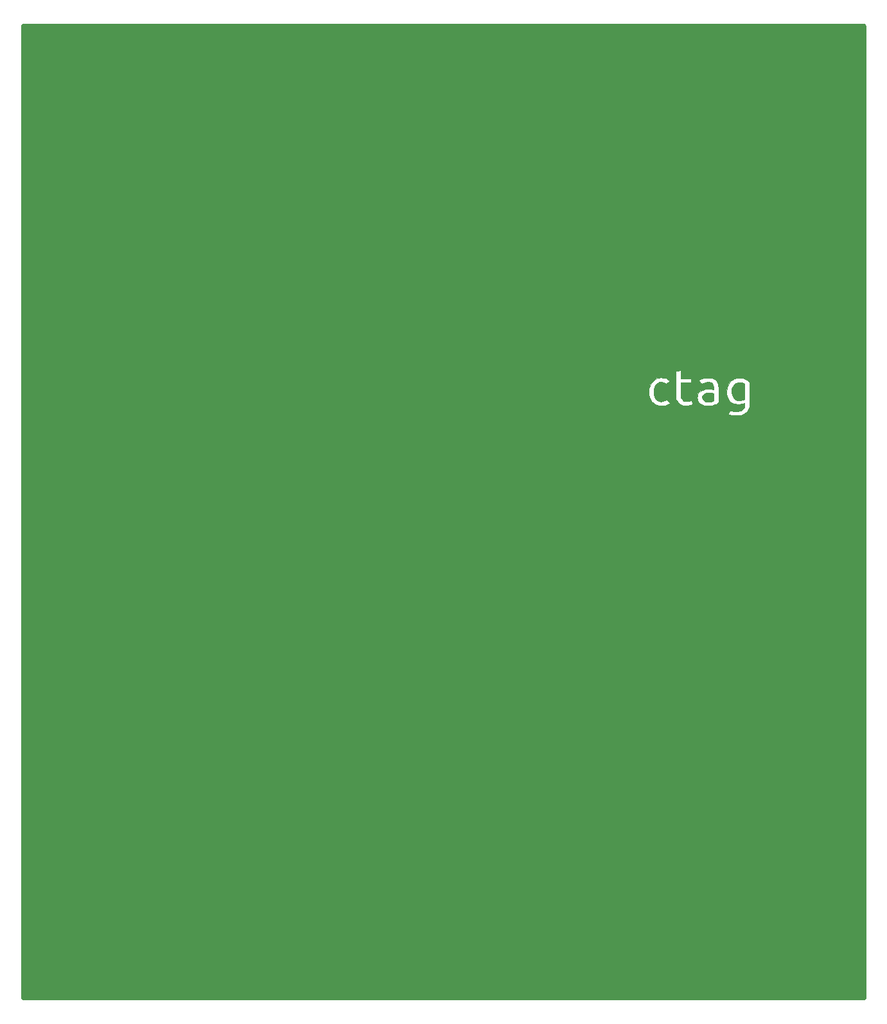
<source format=gtl>
G04 #@! TF.GenerationSoftware,KiCad,Pcbnew,(5.1.2)-1*
G04 #@! TF.CreationDate,2019-05-15T15:41:14+02:00*
G04 #@! TF.ProjectId,frontplate-ctag,66726f6e-7470-46c6-9174-652d63746167,rev?*
G04 #@! TF.SameCoordinates,Original*
G04 #@! TF.FileFunction,Copper,L1,Top*
G04 #@! TF.FilePolarity,Positive*
%FSLAX46Y46*%
G04 Gerber Fmt 4.6, Leading zero omitted, Abs format (unit mm)*
G04 Created by KiCad (PCBNEW (5.1.2)-1) date 2019-05-15 15:41:14*
%MOMM*%
%LPD*%
G04 APERTURE LIST*
%ADD10C,0.010000*%
%ADD11C,7.200000*%
%ADD12C,7.200001*%
%ADD13C,6.200000*%
%ADD14C,6.200001*%
%ADD15C,3.400000*%
G04 APERTURE END LIST*
D10*
G36*
X159007386Y-34387752D02*
G01*
X159007386Y-98420767D01*
X159007387Y-162453782D01*
X158903477Y-162557691D01*
X158799568Y-162661600D01*
X47836205Y-162661600D01*
X47628387Y-162453782D01*
X47628387Y-82566713D01*
X130344173Y-82566713D01*
X130367081Y-82968385D01*
X130455174Y-83336949D01*
X130604627Y-83665545D01*
X130811613Y-83947311D01*
X131072308Y-84175386D01*
X131382884Y-84342909D01*
X131667516Y-84429320D01*
X131934041Y-84459496D01*
X132226407Y-84449972D01*
X132509481Y-84404113D01*
X132746677Y-84325951D01*
X132889149Y-84255398D01*
X133008775Y-84186818D01*
X133067892Y-84144625D01*
X133103539Y-84105399D01*
X133107146Y-84065144D01*
X133070526Y-84007130D01*
X132985494Y-83914627D01*
X132925360Y-83853348D01*
X132706193Y-83631424D01*
X132486617Y-83755346D01*
X132229400Y-83856186D01*
X131967224Y-83879951D01*
X131713546Y-83832203D01*
X131481824Y-83718506D01*
X131285518Y-83544422D01*
X131138084Y-83315516D01*
X131084985Y-83175947D01*
X131046894Y-82980359D01*
X131028701Y-82734718D01*
X131030217Y-82471223D01*
X131051254Y-82222072D01*
X131091625Y-82019462D01*
X131091737Y-82019084D01*
X131203019Y-81774280D01*
X131369660Y-81574634D01*
X131577339Y-81425961D01*
X131811735Y-81334076D01*
X132058527Y-81304791D01*
X132303395Y-81343922D01*
X132510953Y-81442877D01*
X132678465Y-81553731D01*
X132910092Y-81353758D01*
X133023108Y-81253755D01*
X133105579Y-81176143D01*
X133141333Y-81136210D01*
X133141720Y-81134776D01*
X133105131Y-81087934D01*
X133003154Y-81014134D01*
X132847475Y-80921462D01*
X132781887Y-80885759D01*
X132556231Y-80801728D01*
X132280711Y-80754814D01*
X131982098Y-80746143D01*
X131687163Y-80776841D01*
X131471448Y-80830636D01*
X131176149Y-80971615D01*
X130910091Y-81181684D01*
X130684555Y-81447196D01*
X130510821Y-81754501D01*
X130400169Y-82089951D01*
X130390277Y-82138795D01*
X130344173Y-82566713D01*
X47628387Y-82566713D01*
X47628387Y-79901547D01*
X133903720Y-79901547D01*
X133903956Y-81646990D01*
X133905060Y-82077606D01*
X133908141Y-82467532D01*
X133913031Y-82809363D01*
X133919564Y-83095695D01*
X133927573Y-83319123D01*
X133936892Y-83472244D01*
X133946681Y-83545397D01*
X134054658Y-83790491D01*
X134229613Y-84019584D01*
X134453892Y-84214306D01*
X134709839Y-84356290D01*
X134736087Y-84366724D01*
X134878906Y-84398673D01*
X135078848Y-84414099D01*
X135310175Y-84413878D01*
X135547151Y-84398884D01*
X135764038Y-84369991D01*
X135935099Y-84328073D01*
X135941658Y-84325769D01*
X136138097Y-84255473D01*
X136075352Y-84014453D01*
X136039792Y-83883400D01*
X136011917Y-83790682D01*
X136000013Y-83760478D01*
X135955951Y-83763681D01*
X135852860Y-83784643D01*
X135718153Y-83817534D01*
X135501212Y-83858264D01*
X135289076Y-83871923D01*
X135224729Y-83869182D01*
X135087013Y-83850422D01*
X134983880Y-83809981D01*
X134880288Y-83730645D01*
X134813451Y-83667172D01*
X134728464Y-83575733D01*
X134662660Y-83480619D01*
X134613869Y-83370047D01*
X134609705Y-83353142D01*
X136740289Y-83353142D01*
X136777490Y-83653574D01*
X136885870Y-83914954D01*
X137059554Y-84129198D01*
X137292664Y-84288218D01*
X137470012Y-84357182D01*
X137663952Y-84395958D01*
X137911551Y-84419235D01*
X138184764Y-84426931D01*
X138455546Y-84418961D01*
X138695853Y-84395242D01*
X138859620Y-84361340D01*
X139029706Y-84302102D01*
X139221354Y-84222728D01*
X139336436Y-84168481D01*
X139583319Y-84043882D01*
X139566554Y-82871491D01*
X139561361Y-82544126D01*
X140605991Y-82544126D01*
X140629228Y-82911624D01*
X140713545Y-83258172D01*
X140855068Y-83567836D01*
X141049372Y-83824119D01*
X141209832Y-83970791D01*
X141371336Y-84073506D01*
X141563283Y-84147542D01*
X141770787Y-84199007D01*
X142066814Y-84247246D01*
X142325595Y-84252995D01*
X142583509Y-84215575D01*
X142720553Y-84181285D01*
X143005387Y-84102303D01*
X143003528Y-84297701D01*
X142969632Y-84580410D01*
X142873175Y-84806742D01*
X142713123Y-84978486D01*
X142556399Y-85070031D01*
X142361080Y-85129755D01*
X142111323Y-85166319D01*
X141834215Y-85179414D01*
X141556841Y-85168735D01*
X141306288Y-85133973D01*
X141136809Y-85086111D01*
X141084276Y-85091033D01*
X141022151Y-85152795D01*
X140939841Y-85282097D01*
X140935726Y-85289267D01*
X140867048Y-85412731D01*
X140819410Y-85504923D01*
X140804053Y-85542601D01*
X140841318Y-85569486D01*
X140936989Y-85607431D01*
X141066885Y-85648863D01*
X141206822Y-85686203D01*
X141332618Y-85711878D01*
X141354387Y-85715003D01*
X141504905Y-85724712D01*
X141712639Y-85725456D01*
X141950755Y-85718465D01*
X142192418Y-85704973D01*
X142410794Y-85686210D01*
X142579048Y-85663409D01*
X142609373Y-85657389D01*
X142904102Y-85557028D01*
X143160637Y-85398297D01*
X143361668Y-85192893D01*
X143415309Y-85112817D01*
X143499187Y-84949080D01*
X143568322Y-84773434D01*
X143595495Y-84677086D01*
X143607463Y-84576973D01*
X143617886Y-84400032D01*
X143626569Y-84154092D01*
X143633311Y-83846982D01*
X143637914Y-83486531D01*
X143640179Y-83080566D01*
X143640387Y-82907114D01*
X143640387Y-81346462D01*
X143448462Y-81177524D01*
X143272515Y-81033131D01*
X143112275Y-80931495D01*
X142946111Y-80865529D01*
X142752395Y-80828147D01*
X142509496Y-80812262D01*
X142327050Y-80810100D01*
X142103852Y-80811091D01*
X141943611Y-80816541D01*
X141824622Y-80830166D01*
X141725177Y-80855683D01*
X141623571Y-80896808D01*
X141514361Y-80949239D01*
X141224076Y-81129756D01*
X140993271Y-81359178D01*
X140816894Y-81644634D01*
X140689889Y-81993253D01*
X140647706Y-82171613D01*
X140605991Y-82544126D01*
X139561361Y-82544126D01*
X139560697Y-82502322D01*
X139553715Y-82206585D01*
X139543917Y-81973044D01*
X139529612Y-81790466D01*
X139509111Y-81647617D01*
X139480723Y-81533263D01*
X139442757Y-81436170D01*
X139393523Y-81345104D01*
X139331330Y-81248831D01*
X139319821Y-81231836D01*
X139145996Y-81048625D01*
X138908092Y-80907646D01*
X138617182Y-80812138D01*
X138284340Y-80765341D01*
X137920640Y-80770492D01*
X137791319Y-80784734D01*
X137570822Y-80827324D01*
X137352629Y-80891852D01*
X137159082Y-80969769D01*
X137012520Y-81052525D01*
X136952159Y-81105904D01*
X136956310Y-81157430D01*
X137028416Y-81244825D01*
X137144627Y-81349470D01*
X137377053Y-81544889D01*
X137554752Y-81443954D01*
X137789608Y-81348138D01*
X138043234Y-81307838D01*
X138294465Y-81321591D01*
X138522136Y-81387935D01*
X138705081Y-81505406D01*
X138724939Y-81524834D01*
X138856414Y-81709132D01*
X138926249Y-81933541D01*
X138941387Y-82137675D01*
X138937610Y-82251423D01*
X138918501Y-82300005D01*
X138872388Y-82302841D01*
X138846137Y-82296181D01*
X138669418Y-82263436D01*
X138441361Y-82244220D01*
X138194349Y-82239434D01*
X137960762Y-82249982D01*
X137819167Y-82267561D01*
X137464425Y-82356970D01*
X137181785Y-82489842D01*
X136969889Y-82667544D01*
X136827379Y-82891441D01*
X136752898Y-83162900D01*
X136740289Y-83353142D01*
X134609705Y-83353142D01*
X134579921Y-83232229D01*
X134558645Y-83055382D01*
X134547871Y-82827720D01*
X134545429Y-82537456D01*
X134548354Y-82227571D01*
X134559887Y-81402767D01*
X135978053Y-81379553D01*
X135978053Y-80875647D01*
X135268970Y-80864040D01*
X134559887Y-80852434D01*
X134573836Y-80356421D01*
X134577412Y-80158240D01*
X134576689Y-79990846D01*
X134571998Y-79872514D01*
X134564217Y-79822274D01*
X134509798Y-79807490D01*
X134387317Y-79813444D01*
X134210429Y-79838728D01*
X133998970Y-79880569D01*
X133903720Y-79901547D01*
X47628387Y-79901547D01*
X47628387Y-34387752D01*
X47836205Y-34179934D01*
X158799568Y-34179934D01*
X159007386Y-34387752D01*
X159007386Y-34387752D01*
G37*
X159007386Y-34387752D02*
X159007386Y-98420767D01*
X159007387Y-162453782D01*
X158903477Y-162557691D01*
X158799568Y-162661600D01*
X47836205Y-162661600D01*
X47628387Y-162453782D01*
X47628387Y-82566713D01*
X130344173Y-82566713D01*
X130367081Y-82968385D01*
X130455174Y-83336949D01*
X130604627Y-83665545D01*
X130811613Y-83947311D01*
X131072308Y-84175386D01*
X131382884Y-84342909D01*
X131667516Y-84429320D01*
X131934041Y-84459496D01*
X132226407Y-84449972D01*
X132509481Y-84404113D01*
X132746677Y-84325951D01*
X132889149Y-84255398D01*
X133008775Y-84186818D01*
X133067892Y-84144625D01*
X133103539Y-84105399D01*
X133107146Y-84065144D01*
X133070526Y-84007130D01*
X132985494Y-83914627D01*
X132925360Y-83853348D01*
X132706193Y-83631424D01*
X132486617Y-83755346D01*
X132229400Y-83856186D01*
X131967224Y-83879951D01*
X131713546Y-83832203D01*
X131481824Y-83718506D01*
X131285518Y-83544422D01*
X131138084Y-83315516D01*
X131084985Y-83175947D01*
X131046894Y-82980359D01*
X131028701Y-82734718D01*
X131030217Y-82471223D01*
X131051254Y-82222072D01*
X131091625Y-82019462D01*
X131091737Y-82019084D01*
X131203019Y-81774280D01*
X131369660Y-81574634D01*
X131577339Y-81425961D01*
X131811735Y-81334076D01*
X132058527Y-81304791D01*
X132303395Y-81343922D01*
X132510953Y-81442877D01*
X132678465Y-81553731D01*
X132910092Y-81353758D01*
X133023108Y-81253755D01*
X133105579Y-81176143D01*
X133141333Y-81136210D01*
X133141720Y-81134776D01*
X133105131Y-81087934D01*
X133003154Y-81014134D01*
X132847475Y-80921462D01*
X132781887Y-80885759D01*
X132556231Y-80801728D01*
X132280711Y-80754814D01*
X131982098Y-80746143D01*
X131687163Y-80776841D01*
X131471448Y-80830636D01*
X131176149Y-80971615D01*
X130910091Y-81181684D01*
X130684555Y-81447196D01*
X130510821Y-81754501D01*
X130400169Y-82089951D01*
X130390277Y-82138795D01*
X130344173Y-82566713D01*
X47628387Y-82566713D01*
X47628387Y-79901547D01*
X133903720Y-79901547D01*
X133903956Y-81646990D01*
X133905060Y-82077606D01*
X133908141Y-82467532D01*
X133913031Y-82809363D01*
X133919564Y-83095695D01*
X133927573Y-83319123D01*
X133936892Y-83472244D01*
X133946681Y-83545397D01*
X134054658Y-83790491D01*
X134229613Y-84019584D01*
X134453892Y-84214306D01*
X134709839Y-84356290D01*
X134736087Y-84366724D01*
X134878906Y-84398673D01*
X135078848Y-84414099D01*
X135310175Y-84413878D01*
X135547151Y-84398884D01*
X135764038Y-84369991D01*
X135935099Y-84328073D01*
X135941658Y-84325769D01*
X136138097Y-84255473D01*
X136075352Y-84014453D01*
X136039792Y-83883400D01*
X136011917Y-83790682D01*
X136000013Y-83760478D01*
X135955951Y-83763681D01*
X135852860Y-83784643D01*
X135718153Y-83817534D01*
X135501212Y-83858264D01*
X135289076Y-83871923D01*
X135224729Y-83869182D01*
X135087013Y-83850422D01*
X134983880Y-83809981D01*
X134880288Y-83730645D01*
X134813451Y-83667172D01*
X134728464Y-83575733D01*
X134662660Y-83480619D01*
X134613869Y-83370047D01*
X134609705Y-83353142D01*
X136740289Y-83353142D01*
X136777490Y-83653574D01*
X136885870Y-83914954D01*
X137059554Y-84129198D01*
X137292664Y-84288218D01*
X137470012Y-84357182D01*
X137663952Y-84395958D01*
X137911551Y-84419235D01*
X138184764Y-84426931D01*
X138455546Y-84418961D01*
X138695853Y-84395242D01*
X138859620Y-84361340D01*
X139029706Y-84302102D01*
X139221354Y-84222728D01*
X139336436Y-84168481D01*
X139583319Y-84043882D01*
X139566554Y-82871491D01*
X139561361Y-82544126D01*
X140605991Y-82544126D01*
X140629228Y-82911624D01*
X140713545Y-83258172D01*
X140855068Y-83567836D01*
X141049372Y-83824119D01*
X141209832Y-83970791D01*
X141371336Y-84073506D01*
X141563283Y-84147542D01*
X141770787Y-84199007D01*
X142066814Y-84247246D01*
X142325595Y-84252995D01*
X142583509Y-84215575D01*
X142720553Y-84181285D01*
X143005387Y-84102303D01*
X143003528Y-84297701D01*
X142969632Y-84580410D01*
X142873175Y-84806742D01*
X142713123Y-84978486D01*
X142556399Y-85070031D01*
X142361080Y-85129755D01*
X142111323Y-85166319D01*
X141834215Y-85179414D01*
X141556841Y-85168735D01*
X141306288Y-85133973D01*
X141136809Y-85086111D01*
X141084276Y-85091033D01*
X141022151Y-85152795D01*
X140939841Y-85282097D01*
X140935726Y-85289267D01*
X140867048Y-85412731D01*
X140819410Y-85504923D01*
X140804053Y-85542601D01*
X140841318Y-85569486D01*
X140936989Y-85607431D01*
X141066885Y-85648863D01*
X141206822Y-85686203D01*
X141332618Y-85711878D01*
X141354387Y-85715003D01*
X141504905Y-85724712D01*
X141712639Y-85725456D01*
X141950755Y-85718465D01*
X142192418Y-85704973D01*
X142410794Y-85686210D01*
X142579048Y-85663409D01*
X142609373Y-85657389D01*
X142904102Y-85557028D01*
X143160637Y-85398297D01*
X143361668Y-85192893D01*
X143415309Y-85112817D01*
X143499187Y-84949080D01*
X143568322Y-84773434D01*
X143595495Y-84677086D01*
X143607463Y-84576973D01*
X143617886Y-84400032D01*
X143626569Y-84154092D01*
X143633311Y-83846982D01*
X143637914Y-83486531D01*
X143640179Y-83080566D01*
X143640387Y-82907114D01*
X143640387Y-81346462D01*
X143448462Y-81177524D01*
X143272515Y-81033131D01*
X143112275Y-80931495D01*
X142946111Y-80865529D01*
X142752395Y-80828147D01*
X142509496Y-80812262D01*
X142327050Y-80810100D01*
X142103852Y-80811091D01*
X141943611Y-80816541D01*
X141824622Y-80830166D01*
X141725177Y-80855683D01*
X141623571Y-80896808D01*
X141514361Y-80949239D01*
X141224076Y-81129756D01*
X140993271Y-81359178D01*
X140816894Y-81644634D01*
X140689889Y-81993253D01*
X140647706Y-82171613D01*
X140605991Y-82544126D01*
X139561361Y-82544126D01*
X139560697Y-82502322D01*
X139553715Y-82206585D01*
X139543917Y-81973044D01*
X139529612Y-81790466D01*
X139509111Y-81647617D01*
X139480723Y-81533263D01*
X139442757Y-81436170D01*
X139393523Y-81345104D01*
X139331330Y-81248831D01*
X139319821Y-81231836D01*
X139145996Y-81048625D01*
X138908092Y-80907646D01*
X138617182Y-80812138D01*
X138284340Y-80765341D01*
X137920640Y-80770492D01*
X137791319Y-80784734D01*
X137570822Y-80827324D01*
X137352629Y-80891852D01*
X137159082Y-80969769D01*
X137012520Y-81052525D01*
X136952159Y-81105904D01*
X136956310Y-81157430D01*
X137028416Y-81244825D01*
X137144627Y-81349470D01*
X137377053Y-81544889D01*
X137554752Y-81443954D01*
X137789608Y-81348138D01*
X138043234Y-81307838D01*
X138294465Y-81321591D01*
X138522136Y-81387935D01*
X138705081Y-81505406D01*
X138724939Y-81524834D01*
X138856414Y-81709132D01*
X138926249Y-81933541D01*
X138941387Y-82137675D01*
X138937610Y-82251423D01*
X138918501Y-82300005D01*
X138872388Y-82302841D01*
X138846137Y-82296181D01*
X138669418Y-82263436D01*
X138441361Y-82244220D01*
X138194349Y-82239434D01*
X137960762Y-82249982D01*
X137819167Y-82267561D01*
X137464425Y-82356970D01*
X137181785Y-82489842D01*
X136969889Y-82667544D01*
X136827379Y-82891441D01*
X136752898Y-83162900D01*
X136740289Y-83353142D01*
X134609705Y-83353142D01*
X134579921Y-83232229D01*
X134558645Y-83055382D01*
X134547871Y-82827720D01*
X134545429Y-82537456D01*
X134548354Y-82227571D01*
X134559887Y-81402767D01*
X135978053Y-81379553D01*
X135978053Y-80875647D01*
X135268970Y-80864040D01*
X134559887Y-80852434D01*
X134573836Y-80356421D01*
X134577412Y-80158240D01*
X134576689Y-79990846D01*
X134571998Y-79872514D01*
X134564217Y-79822274D01*
X134509798Y-79807490D01*
X134387317Y-79813444D01*
X134210429Y-79838728D01*
X133998970Y-79880569D01*
X133903720Y-79901547D01*
X47628387Y-79901547D01*
X47628387Y-34387752D01*
X47836205Y-34179934D01*
X158799568Y-34179934D01*
X159007386Y-34387752D01*
G36*
X142633484Y-81408966D02*
G01*
X142823969Y-81464448D01*
X142826240Y-81465472D01*
X143006927Y-81547484D01*
X142995573Y-82554625D01*
X142984220Y-83561767D01*
X142814887Y-83645839D01*
X142638335Y-83705681D01*
X142421496Y-83739172D01*
X142193829Y-83745595D01*
X141984795Y-83724231D01*
X141823852Y-83674365D01*
X141815834Y-83670162D01*
X141589335Y-83501153D01*
X141422678Y-83274699D01*
X141317808Y-82995131D01*
X141276672Y-82666782D01*
X141281045Y-82479200D01*
X141305307Y-82276806D01*
X141345902Y-82086943D01*
X141386592Y-81966135D01*
X141507871Y-81763622D01*
X141671255Y-81589362D01*
X141853721Y-81465595D01*
X141940795Y-81430810D01*
X142156613Y-81390766D01*
X142399271Y-81383944D01*
X142633484Y-81408966D01*
X142633484Y-81408966D01*
G37*
X142633484Y-81408966D02*
X142823969Y-81464448D01*
X142826240Y-81465472D01*
X143006927Y-81547484D01*
X142995573Y-82554625D01*
X142984220Y-83561767D01*
X142814887Y-83645839D01*
X142638335Y-83705681D01*
X142421496Y-83739172D01*
X142193829Y-83745595D01*
X141984795Y-83724231D01*
X141823852Y-83674365D01*
X141815834Y-83670162D01*
X141589335Y-83501153D01*
X141422678Y-83274699D01*
X141317808Y-82995131D01*
X141276672Y-82666782D01*
X141281045Y-82479200D01*
X141305307Y-82276806D01*
X141345902Y-82086943D01*
X141386592Y-81966135D01*
X141507871Y-81763622D01*
X141671255Y-81589362D01*
X141853721Y-81465595D01*
X141940795Y-81430810D01*
X142156613Y-81390766D01*
X142399271Y-81383944D01*
X142633484Y-81408966D01*
G36*
X138551084Y-82744772D02*
G01*
X138712962Y-82765599D01*
X138782637Y-82780826D01*
X138941387Y-82824913D01*
X138941387Y-83750093D01*
X138806475Y-83819858D01*
X138697396Y-83854508D01*
X138532309Y-83882892D01*
X138339780Y-83902661D01*
X138148378Y-83911467D01*
X137986669Y-83906960D01*
X137904220Y-83894033D01*
X137679697Y-83807112D01*
X137528381Y-83684598D01*
X137443281Y-83518040D01*
X137417387Y-83305636D01*
X137454820Y-83110580D01*
X137565693Y-82954941D01*
X137747860Y-82839986D01*
X137999176Y-82766977D01*
X138317498Y-82737179D01*
X138382554Y-82736503D01*
X138551084Y-82744772D01*
X138551084Y-82744772D01*
G37*
X138551084Y-82744772D02*
X138712962Y-82765599D01*
X138782637Y-82780826D01*
X138941387Y-82824913D01*
X138941387Y-83750093D01*
X138806475Y-83819858D01*
X138697396Y-83854508D01*
X138532309Y-83882892D01*
X138339780Y-83902661D01*
X138148378Y-83911467D01*
X137986669Y-83906960D01*
X137904220Y-83894033D01*
X137679697Y-83807112D01*
X137528381Y-83684598D01*
X137443281Y-83518040D01*
X137417387Y-83305636D01*
X137454820Y-83110580D01*
X137565693Y-82954941D01*
X137747860Y-82839986D01*
X137999176Y-82766977D01*
X138317498Y-82737179D01*
X138382554Y-82736503D01*
X138551084Y-82744772D01*
D11*
X151305859Y-49051483D03*
X147358812Y-99897181D03*
D12*
X118005548Y-99908076D03*
X88707364Y-99860736D03*
X59372426Y-99876201D03*
X136872812Y-69896934D03*
X62337790Y-123387324D03*
D13*
X57887726Y-142903940D03*
X66840125Y-142905060D03*
D14*
X76855323Y-142903040D03*
X85838285Y-142894640D03*
X99346780Y-142905070D03*
X108333719Y-142905050D03*
X121842317Y-129897273D03*
X130835077Y-129903705D03*
X139847573Y-129905368D03*
X148840899Y-129909076D03*
X121858758Y-142894460D03*
X130851510Y-142900890D03*
X139864007Y-142902550D03*
X148857339Y-142906260D03*
D15*
X151496719Y-37149600D03*
X55096719Y-159649600D03*
X151496719Y-159649600D03*
X55096719Y-37149600D03*
M02*

</source>
